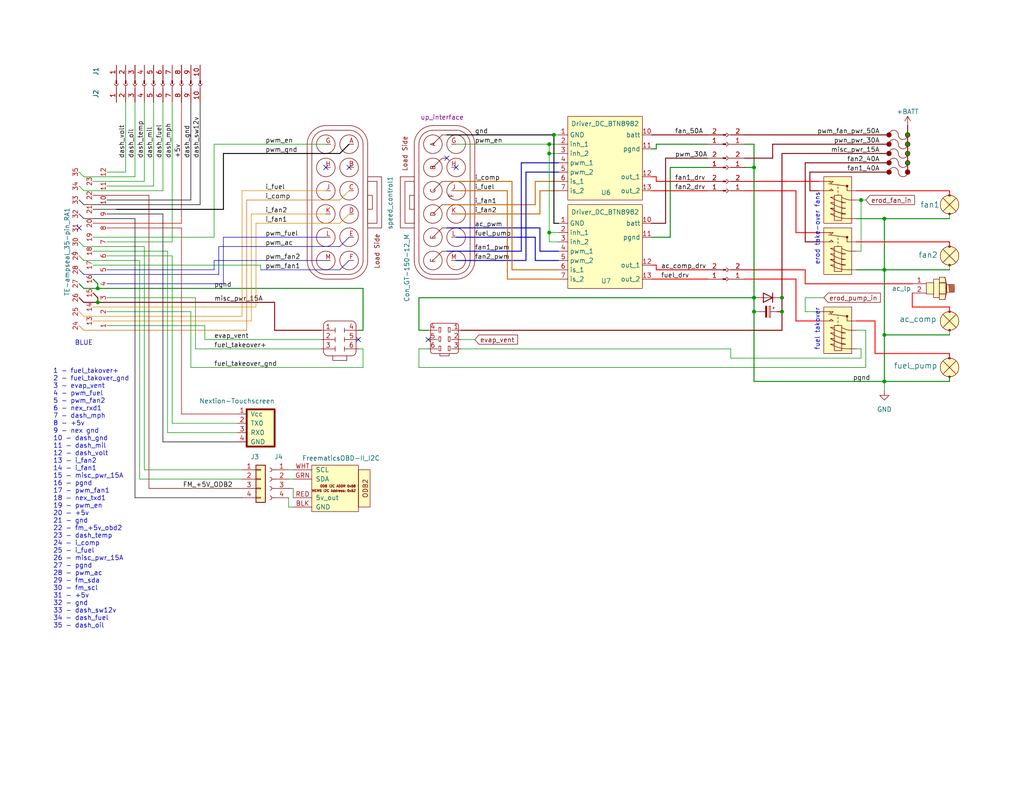
<source format=kicad_sch>
(kicad_sch (version 20231120) (generator "eeschema") (generator_version "8.0")
  (paper "USLetter")
  (title_block (title "Tahoe_md_wiring") (date "2024-12-08") (rev "0.3") (comment 1 "Wiring harness & power driver schematic") (comment 2 "Pairs with Tahoe_mb versioson 0.4 & 0.5"))
  (lib_symbols
    (symbol "Connector:Conn_01x02_Pin" (pin_names (offset 1.016) hide)
      (property "Reference" "J" (at 0 2.54 0))
      (property "Value" "Conn_01x02_Pin" (at 0 -5.08 0))
      (symbol "Conn_01x02_Pin_1_1"
        (pin passive line (at 5.08 0 180) (length 3.81) (name "Pin_1") (number "1"))
        (pin passive line (at 5.08 -2.54 180) (length 3.81) (name "Pin_2") (number "2"))
      )
    )
    (symbol "Connector:Conn_01x02_Socket" (pin_names (offset 1.016) hide)
      (property "Reference" "J" (at 0 2.54 0))
      (property "Value" "Conn_01x02_Socket" (at 0 -5.08 0))
      (symbol "Conn_01x02_Socket_1_1"
        (pin passive line (at -5.08 0 0) (length 3.81) (name "Pin_1") (number "1"))
        (pin passive line (at -5.08 -2.54 0) (length 3.81) (name "Pin_2") (number "2"))
      )
    )
    (symbol "Connector:Conn_01x04_Socket" (pin_names (offset 1.016) hide)
      (property "Reference" "J" (at 0 5.08 0))
      (property "Value" "Conn_01x04_Socket" (at 0 -7.62 0))
      (symbol "Conn_01x04_Socket_1_1"
        (pin passive line (at -5.08 2.54 0) (length 3.81) (name "Pin_1") (number "1"))
        (pin passive line (at -5.08 0 0) (length 3.81) (name "Pin_2") (number "2"))
        (pin passive line (at -5.08 -2.54 0) (length 3.81) (name "Pin_3") (number "3"))
        (pin passive line (at -5.08 -5.08 0) (length 3.81) (name "Pin_4") (number "4"))
      )
    )
    (symbol "Connector:Conn_01x10_Pin" (pin_names (offset 1.016) hide)
      (property "Reference" "J" (at 0 12.7 0))
      (property "Value" "Conn_01x10_Pin" (at 0 -15.24 0))
      (symbol "Conn_01x10_Pin_1_1"
        (pin passive line (at 5.08 10.16 180) (length 3.81) (name "Pin_1") (number "1"))
        (pin passive line (at 5.08 -12.7 180) (length 3.81) (name "Pin_10") (number "10"))
        (pin passive line (at 5.08 7.62 180) (length 3.81) (name "Pin_2") (number "2"))
        (pin passive line (at 5.08 5.08 180) (length 3.81) (name "Pin_3") (number "3"))
        (pin passive line (at 5.08 2.54 180) (length 3.81) (name "Pin_4") (number "4"))
        (pin passive line (at 5.08 0 180) (length 3.81) (name "Pin_5") (number "5"))
        (pin passive line (at 5.08 -2.54 180) (length 3.81) (name "Pin_6") (number "6"))
        (pin passive line (at 5.08 -5.08 180) (length 3.81) (name "Pin_7") (number "7"))
        (pin passive line (at 5.08 -7.62 180) (length 3.81) (name "Pin_8") (number "8"))
        (pin passive line (at 5.08 -10.16 180) (length 3.81) (name "Pin_9") (number "9"))
      )
    )
    (symbol "Connector:Conn_01x10_Socket" (pin_names (offset 1.016) hide)
      (property "Reference" "J" (at 0 12.7 0))
      (property "Value" "Conn_01x10_Socket" (at 0 -15.24 0))
      (symbol "Conn_01x10_Socket_1_1"
        (pin passive line (at -5.08 10.16 0) (length 3.81) (name "Pin_1") (number "1"))
        (pin passive line (at -5.08 -12.7 0) (length 3.81) (name "Pin_10") (number "10"))
        (pin passive line (at -5.08 7.62 0) (length 3.81) (name "Pin_2") (number "2"))
        (pin passive line (at -5.08 5.08 0) (length 3.81) (name "Pin_3") (number "3"))
        (pin passive line (at -5.08 2.54 0) (length 3.81) (name "Pin_4") (number "4"))
        (pin passive line (at -5.08 0 0) (length 3.81) (name "Pin_5") (number "5"))
        (pin passive line (at -5.08 -2.54 0) (length 3.81) (name "Pin_6") (number "6"))
        (pin passive line (at -5.08 -5.08 0) (length 3.81) (name "Pin_7") (number "7"))
        (pin passive line (at -5.08 -7.62 0) (length 3.81) (name "Pin_8") (number "8"))
        (pin passive line (at -5.08 -10.16 0) (length 3.81) (name "Pin_9") (number "9"))
      )
    )
    (symbol "Connector_Generic:Conn_01x04" (pin_names (offset 1.016) hide)
      (property "Reference" "J" (at 0 5.08 0))
      (property "Value" "Conn_01x04" (at 0 -7.62 0))
      (symbol "Conn_01x04_1_1"
        (pin passive line (at -5.08 2.54 0) (length 3.81) (name "Pin_1") (number "1"))
        (pin passive line (at -5.08 0 0) (length 3.81) (name "Pin_2") (number "2"))
        (pin passive line (at -5.08 -2.54 0) (length 3.81) (name "Pin_3") (number "3"))
        (pin passive line (at -5.08 -5.08 0) (length 3.81) (name "Pin_4") (number "4"))
      )
    )
    (symbol "Device:C_Polarized_Small" (pin_numbers hide) (pin_names (offset 0.254) hide)
      (property "Reference" "C" (at 0.254 1.778 0))
      (property "Value" "C_Polarized_Small" (at 0.254 -2.032 0))
      (symbol "C_Polarized_Small_1_1"
        (pin passive line (at 0 2.54 270) (length 1.8542) (name "~") (number "1"))
        (pin passive line (at 0 -2.54 90) (length 1.8542) (name "~") (number "2"))
      )
    )
    (symbol "Device:D" (pin_numbers hide) (pin_names (offset 1.016) hide)
      (property "Reference" "D" (at 0 2.54 0))
      (property "Value" "D" (at 0 -2.54 0))
      (symbol "D_1_1"
        (pin passive line (at -3.81 0 0) (length 2.54) (name "K") (number "1"))
        (pin passive line (at 3.81 0 180) (length 2.54) (name "A") (number "2"))
      )
    )
    (symbol "Driver_DC_BTN8982_1"
      (property "Reference" "U1" (at 12.954 -15.748 0))
      (property "Value" "Driver_DC_BTN8982" (at 12.7 3.048 0))
      (symbol "Driver_DC_BTN8982_1_1_1"
        (pin power_in line (at 0 0 0) (length 2.54) (name "GND") (number "1"))
        (pin power_in line (at 25.4 0 180) (length 2.54) (name "batt") (number "10"))
        (pin power_in line (at 25.4 -3.81 180) (length 2.54) (name "pgnd") (number "11"))
        (pin output line (at 25.4 -11.43 180) (length 2.54) (name "out_1") (number "12"))
        (pin output line (at 25.4 -15.24 180) (length 2.54) (name "out_2") (number "13"))
        (pin input line (at 0 -2.54 0) (length 2.54) (name "inh_1") (number "2"))
        (pin input line (at 0 -5.08 0) (length 2.54) (name "inh_2") (number "3"))
        (pin input line (at 0 -7.62 0) (length 2.54) (name "pwm_1") (number "4"))
        (pin input line (at 0 -10.16 0) (length 2.54) (name "pwm_2") (number "5"))
        (pin output line (at 0 -12.7 0) (length 2.54) (name "is_1") (number "6"))
        (pin output line (at 0 -15.24 0) (length 2.54) (name "is_2") (number "7"))
      )
    )
    (symbol "power:+BATT" (power) (pin_numbers hide) (pin_names (offset 0) hide)
      (property "Value" "+BATT" (at 0 3.556 0))
      (symbol "+BATT_1_1"
        (pin power_in line (at 0 0 90) (length 0) (name "~") (number "1"))
      )
    )
    (symbol "power:GND" (power) (pin_numbers hide) (pin_names (offset 0) hide)
      (property "Value" "GND" (at 0 -3.81 0))
      (symbol "GND_1_1"
        (pin power_in line (at 0 0 270) (length 0) (name "~") (number "1"))
      )
    )
    (symbol "~2023:Con_GT-150-12_F" (pin_names (offset 1.016))
      (property "Value" "Con_GT-150-12_F" (at -10.668 7.62 0))
      (symbol "Con_GT-150-12_F_0_0"
        (text "Load Side" (at 29.21 7.62 0) (effects (font (size 1.27 1.27))))
      )
      (symbol "Con_GT-150-12_F_1_1"
        (pin passive line (at 0 0 90) (length 1.27) (name "~") (number "A"))
        (pin passive line (at 6.35 0 90) (length 1.27) (name "~") (number "B"))
        (pin passive line (at 12.7 0 90) (length 1.27) (name "~") (number "C"))
        (pin passive line (at 19.05 0 90) (length 1.27) (name "~") (number "D"))
        (pin passive line (at 25.4 0 90) (length 1.27) (name "~") (number "E"))
        (pin passive line (at 31.75 0 90) (length 1.27) (name "~") (number "F"))
        (pin passive line (at 0 -6.35 90) (length 1.27) (name "~") (number "G"))
        (pin passive line (at 6.35 -6.35 90) (length 1.27) (name "~") (number "H"))
        (pin passive line (at 12.7 -6.35 90) (length 1.27) (name "~") (number "J"))
        (pin passive line (at 19.05 -6.35 90) (length 1.27) (name "~") (number "K"))
        (pin passive line (at 25.4 -6.35 90) (length 1.27) (name "~") (number "L"))
        (pin passive line (at 31.75 -6.35 90) (length 1.27) (name "~") (number "M"))
      )
    )
    (symbol "~2023:Con_GT-150-12_M" (pin_names (offset 1.016))
      (property "Value" "Con_GT-150-12_M" (at -1.27 13.97 0))
      (symbol "Con_GT-150-12_M_0_0"
        (text "F" (at 1.27 -1.27 0) (effects (font (size 1.27 1.27))))
        (text "Load Side" (at 12.7 11.43 0) (effects (font (size 1.27 1.27))))
      )
      (symbol "Con_GT-150-12_M_1_1"
        (text "A" (at 15.24 3.81 0) (effects (font (size 1.27 1.27))))
        (text "B" (at 8.89 3.81 0) (effects (font (size 1.27 1.27))))
        (text "C" (at 2.54 3.81 0) (effects (font (size 1.27 1.27))))
        (text "D" (at -3.81 3.81 0) (effects (font (size 1.27 1.27))))
        (text "E" (at -10.16 3.81 0) (effects (font (size 1.27 1.27))))
        (text "F" (at -16.51 3.81 0) (effects (font (size 1.27 1.27))))
        (pin passive line (at 15.24 -2.54 90) (length 1.27) (name "~") (number "G"))
        (pin passive line (at 8.89 -2.54 90) (length 1.27) (name "~") (number "H"))
        (pin passive line (at 2.54 -2.54 90) (length 1.27) (name "~") (number "J"))
        (pin passive line (at -3.81 -2.54 90) (length 1.27) (name "~") (number "K"))
        (pin passive line (at -10.16 -2.54 90) (length 1.27) (name "~") (number "L"))
        (pin passive line (at -16.51 -2.54 90) (length 1.27) (name "~") (number "M"))
        (pin passive line (at -13.97 0 90) (length 1.27) (name "~") (number "~"))
        (pin passive line (at -7.62 0 90) (length 1.27) (name "~") (number "~"))
        (pin passive line (at -1.27 0 90) (length 1.27) (name "~") (number "~"))
        (pin passive line (at 5.08 0 90) (length 1.27) (name "~") (number "~"))
        (pin passive line (at 11.43 0 90) (length 1.27) (name "~") (number "~"))
        (pin passive line (at 17.78 0 90) (length 1.27) (name "~") (number "~"))
      )
    )
    (symbol "~2023:Conn,Deutsh_DT-6F" (pin_names (offset 1.016))
      (symbol "Conn,Deutsh_DT-6F_1_1"
        (pin unspecified line (at 4.445 2.54 180) (length 2.54) (name "~") (number "1"))
        (pin unspecified line (at 4.445 0 180) (length 2.54) (name "~") (number "2"))
        (pin unspecified line (at 4.445 -2.54 180) (length 2.54) (name "~") (number "3"))
        (pin unspecified line (at -4.445 2.54 0) (length 2.54) (name "~") (number "4"))
        (pin unspecified line (at -4.445 0 0) (length 2.54) (name "~") (number "5"))
        (pin unspecified line (at -4.445 -2.54 0) (length 2.54) (name "~") (number "6"))
      )
    )
    (symbol "~2023:Conn,Deutsh_DT-6M" (pin_names (offset 1.016))
      (symbol "Conn,Deutsh_DT-6M_1_1"
        (pin unspecified line (at 0 0 0) (length 3.81) (name "~") (number "1"))
        (pin unspecified line (at 0 -2.54 0) (length 3.81) (name "~") (number "2"))
        (pin unspecified line (at 0 -5.08 0) (length 3.81) (name "~") (number "3"))
        (pin unspecified line (at 10.16 0 180) (length 3.81) (name "~") (number "4"))
        (pin unspecified line (at 10.16 -2.54 180) (length 3.81) (name "~") (number "5"))
        (pin unspecified line (at 10.16 -5.08 180) (length 3.81) (name "~") (number "6"))
      )
    )
    (symbol "~2023:FreematicsOBD-II_I2C" (pin_names (offset 1.016))
      (property "Value" "FreematicsOBD-II_I2C" (at 0.635 -8.255 0))
      (symbol "FreematicsOBD-II_I2C_0_0"
        (text "MEMS I2C Address: 0x62" (at -5.715 -0.635 0) (effects (font (size 0.635 0.635)) (justify left)))
        (text "ODB I2C ADDR 0x68" (at -5.715 0.635 0) (effects (font (size 0.635 0.635)) (justify left)))
        (text "ODB2" (at -8.255 0 900) (effects (font (size 1.27 1.27))))
      )
      (symbol "FreematicsOBD-II_I2C_1_1"
        (pin power_out line (at 11.43 -5.08 180) (length 5.08) (name "GND") (number "BLK"))
        (pin bidirectional line (at 11.43 2.54 180) (length 5.08) (name "SDA") (number "GRN"))
        (pin power_out line (at 11.43 -2.54 180) (length 5.08) (name "5v_out") (number "RED"))
        (pin bidirectional line (at 11.43 5.08 180) (length 5.08) (name "SCL") (number "WHT"))
      )
    )
    (symbol "~2023:Fuse_Large" (pin_names (offset 1.016))
      (symbol "Fuse_Large_1_1"
        (pin power_in line (at -2.54 0 180) (length 3.81) hide (name "~") (number "1"))
        (pin power_in line (at 2.54 0 0) (length 3.81) hide (name "~") (number "2"))
      )
    )
    (symbol "~2023:Motor" (power) (pin_names (offset 1.016))
      (symbol "Motor_1_1"
        (pin input line (at -2.54 0 180) (length 1.905) hide (name "~") (number "1"))
        (pin input line (at 2.54 0 0) (length 1.905) hide (name "~") (number "2"))
      )
    )
    (symbol "~2023:Nextion-Touchscreen" (pin_names (offset 1.016))
      (property "Value" "Nextion-Touchscreen" (at 1.27 -6.35 0))
      (symbol "Nextion-Touchscreen_1_1"
        (pin power_in line (at -5.08 5.08 0) (length 2.54) (name "Vcc") (number "1"))
        (pin output line (at -5.08 2.54 0) (length 2.54) (name "TX0") (number "2"))
        (pin input line (at -5.08 0 0) (length 2.54) (name "RX0") (number "3"))
        (pin power_in line (at -5.08 -2.54 0) (length 2.54) (name "GND") (number "4"))
        (pin power_in line (at -5.08 -2.54 0) (length 2.54) (name "~") (number "~"))
      )
    )
    (symbol "~2023:Relay_SPDT" (pin_numbers hide) (pin_names (offset 0) hide)
      (symbol "Relay_SPDT_1_1"
        (pin output line (at 10.16 2.54 180) (length 3.81) (name "~") (number "NC"))
        (pin output line (at 10.16 0 180) (length 3.81) (name "~") (number "NO"))
        (pin input line (at 0 -7.62 0) (length 1.905) (name "Coil") (number "~"))
        (pin input line (at 0 -2.54 0) (length 1.905) (name "coil") (number "~"))
        (pin output line (at 0 0 0) (length 2.54) (name "~") (number "~"))
      )
    )
    (symbol "~2023:Switch_Pressure" (pin_names (offset 1.016))
      (property "Reference" "U" (at 0 4.064 0))
      (property "Value" "Switch_Pressure" (at 0 -4.318 0))
      (symbol "Switch_Pressure_1_1"
        (pin input line (at -5.08 1.27 0) (length 3.81) (name "~") (number "1"))
        (pin output line (at -5.08 -1.27 0) (length 3.81) (name "~") (number "2"))
      )
    )
    (symbol "~2023:TE-ampseal_35-pin_RA"
      (property "Reference" "TE-ampseal_35-pin_RA" (at -0.254 5.588 0))
      (symbol "TE-ampseal_35-pin_RA_1_1"
        (pin passive line (at 0 0 0) (length 0) (name "") (number "1"))
        (pin passive line (at 34.29 0 0) (length 0) (name "") (number "10"))
        (pin passive line (at 38.1 0 0) (length 0) (name "") (number "11"))
        (pin passive line (at 41.91 0 0) (length 0) (name "") (number "12"))
        (pin passive line (at 1.27 -3.81 0) (length 0) (name "") (number "13"))
        (pin passive line (at 5.08 -3.81 0) (length 0) (name "") (number "14"))
        (pin passive line (at 8.89 -3.81 0) (length 0) (name "") (number "15"))
        (pin passive line (at 12.7 -3.81 0) (length 0) (name "") (number "16"))
        (pin passive line (at 16.51 -3.81 0) (length 0) (name "") (number "17"))
        (pin passive line (at 20.32 -3.81 0) (length 0) (name "") (number "18"))
        (pin passive line (at 24.13 -3.81 0) (length 0) (name "") (number "19"))
        (pin passive line (at 3.81 0 0) (length 0) (name "") (number "2"))
        (pin passive line (at 27.94 -3.81 0) (length 0) (name "") (number "20"))
        (pin passive line (at 31.75 -3.81 0) (length 0) (name "") (number "21"))
        (pin passive line (at 35.56 -3.81 0) (length 0) (name "") (number "22"))
        (pin passive line (at 39.37 -3.81 0) (length 0) (name "") (number "23"))
        (pin passive line (at 0 -7.62 0) (length 0) (name "") (number "24"))
        (pin passive line (at 3.81 -7.62 0) (length 0) (name "") (number "25"))
        (pin passive line (at 7.62 -7.62 0) (length 0) (name "") (number "26"))
        (pin passive line (at 11.43 -7.62 0) (length 0) (name "") (number "27"))
        (pin passive line (at 15.24 -7.62 0) (length 0) (name "") (number "28"))
        (pin passive line (at 19.05 -7.62 0) (length 0) (name "") (number "29"))
        (pin passive line (at 7.62 0 0) (length 0) (name "") (number "3"))
        (pin passive line (at 22.86 -7.62 0) (length 0) (name "") (number "30"))
        (pin passive line (at 26.67 -7.62 0) (length 0) (name "") (number "31"))
        (pin passive line (at 30.48 -7.62 0) (length 0) (name "") (number "32"))
        (pin passive line (at 34.29 -7.62 0) (length 0) (name "") (number "33"))
        (pin passive line (at 38.1 -7.62 0) (length 0) (name "") (number "34"))
        (pin passive line (at 41.91 -7.62 0) (length 0) (name "") (number "35"))
        (pin passive line (at 11.43 0 0) (length 0) (name "") (number "4"))
        (pin passive line (at 15.24 0 0) (length 0) (name "") (number "5"))
        (pin passive line (at 19.05 0 0) (length 0) (name "") (number "6"))
        (pin passive line (at 22.86 0 0) (length 0) (name "") (number "7"))
        (pin passive line (at 26.67 0 0) (length 0) (name "") (number "8"))
        (pin passive line (at 30.48 0 0) (length 0) (name "") (number "9"))
      )
    )
  )
  (junction (at 247.65 44.45))
  (junction (at 149.86 63.5))
  (junction (at 241.3 91.44))
  (junction (at 205.74 85.09))
  (junction (at 26.67 78.74))
  (junction (at 26.67 82.55))
  (junction (at 241.3 104.14))
  (junction (at 151.13 36.83))
  (junction (at 149.86 41.91))
  (junction (at 213.36 85.09))
  (junction (at 241.3 73.66))
  (junction (at 247.65 36.83))
  (junction (at 205.74 45.72))
  (junction (at 205.74 81.28))
  (junction (at 247.65 41.91))
  (junction (at 247.65 39.37))
  (junction (at 234.95 54.61))
  (junction (at 213.36 81.28))
  (junction (at 149.86 39.37))
  (junction (at 241.3 59.69))
  (no_connect (at 124.46 45.72))
  (no_connect (at 121.92 43.18))
  (no_connect (at 116.84 92.71))
  (no_connect (at 95.25 45.72))
  (no_connect (at 88.9 45.72))
  (no_connect (at 21.59 62.23))
  (no_connect (at 97.79 92.71))
  (wire (pts (xy 219.71 85.09) (xy 223.52 85.09)))
  (wire (pts (xy 97.79 95.25) (xy 99.06 95.25)))
  (wire (pts (xy 203.2 36.83) (xy 242.57 36.83)) (stroke (width 0.254) (color 132 0 0 1)))
  (wire (pts (xy 143.51 46.99) (xy 143.51 71.12)) (stroke (width 0.254) (color 0 0 194 1)))
  (wire (pts (xy 259.08 96.52) (xy 238.76 96.52)) (stroke (width 0.254) (color 255 0 0 1)))
  (wire (pts (xy 181.61 43.18) (xy 181.61 60.96)) (stroke (width 0.254) (color 132 0 0 1)))
  (wire (pts (xy 71.12 73.66) (xy 92.71 73.66)) (stroke (width 0) (color 0 0 194 1)))
  (wire (pts (xy 25.4 87.63) (xy 68.58 87.63)) (stroke (width 0) (color 221 133 0 1)))
  (wire (pts (xy 241.3 59.69) (xy 241.3 73.66)) (stroke (width 0.254) (color 0 132 0 1)))
  (wire (pts (xy 241.3 73.66) (xy 259.08 73.66)) (stroke (width 0.254) (color 0 132 0 1)))
  (wire (pts (xy 60.96 41.91) (xy 60.96 57.15)) (stroke (width 0.254) (color 0 0 0 1)))
  (wire (pts (xy 241.3 91.44) (xy 241.3 104.14)) (stroke (width 0.254) (color 0 132 0 1)))
  (wire (pts (xy 241.3 73.66) (xy 241.3 91.44)) (stroke (width 0.254) (color 0 132 0 1)))
  (wire (pts (xy 149.86 41.91) (xy 149.86 63.5)))
  (wire (pts (xy 146.05 71.12) (xy 152.4 71.12)) (stroke (width 0.254) (color 0 0 194 1)))
  (wire (pts (xy 25.4 57.15) (xy 31.75 57.15)) (stroke (width 0) (color 0 0 0 1)))
  (wire (pts (xy 26.67 78.74) (xy 99.06 78.74)) (stroke (width 0.254) (color 0 132 0 1)))
  (wire (pts (xy 55.88 88.9) (xy 55.88 92.71)))
  (wire (pts (xy 234.95 97.79) (xy 234.95 95.25)))
  (wire (pts (xy 121.92 62.23) (xy 147.32 62.23)) (stroke (width 0.254) (color 0 0 194 1)))
  (wire (pts (xy 29.21 62.23) (xy 49.53 62.23)) (stroke (width 0) (color 194 0 0 1)))
  (wire (pts (xy 149.86 66.04) (xy 152.4 66.04)))
  (wire (pts (xy 80.01 130.81) (xy 78.74 130.81)))
  (wire (pts (xy 21.59 66.04) (xy 22.86 67.31)))
  (wire (pts (xy 121.92 36.83) (xy 151.13 36.83)) (stroke (width 0.254) (color 0 0 0 1)))
  (wire (pts (xy 205.74 39.37) (xy 205.74 45.72)) (stroke (width 0.254) (color 0 132 0 1)))
  (wire (pts (xy 247.65 34.29) (xy 247.65 36.83)) (stroke (width 0.254) (color 132 0 0 1)))
  (wire (pts (xy 233.68 87.63) (xy 238.76 87.63)) (stroke (width 0.254) (color 255 0 0 1)))
  (wire (pts (xy 146.05 49.53) (xy 146.05 55.88)) (stroke (width 0.254) (color 204 102 0 1)))
  (wire (pts (xy 46.99 27.94) (xy 46.99 66.04)))
  (wire (pts (xy 38.1 130.81) (xy 66.04 130.81)))
  (wire (pts (xy 45.72 118.11) (xy 64.77 118.11)))
  (wire (pts (xy 25.4 53.34) (xy 40.64 53.34)) (stroke (width 0) (color 132 0 0 1)))
  (wire (pts (xy 177.8 36.83) (xy 193.04 36.83)) (stroke (width 0.254) (color 132 0 0 1)))
  (wire (pts (xy 179.07 39.37) (xy 179.07 40.64)) (stroke (width 0.254) (color 0 132 0 1)))
  (wire (pts (xy 95.25 39.37) (xy 92.71 41.91)) (stroke (width 0.254) (color 0 0 0 1)))
  (wire (pts (xy 149.86 63.5) (xy 149.86 66.04)))
  (wire (pts (xy 22.86 55.88) (xy 54.61 55.88)) (stroke (width 0) (color 0 0 0 1)))
  (wire (pts (xy 52.07 100.33) (xy 99.06 100.33)))
  (wire (pts (xy 36.83 59.69) (xy 36.83 135.89)) (stroke (width 0) (color 0 0 0 1)))
  (wire (pts (xy 29.21 50.8) (xy 41.91 50.8)))
  (wire (pts (xy 247.65 41.91) (xy 247.65 44.45)) (stroke (width 0.254) (color 132 0 0 1)))
  (wire (pts (xy 224.79 81.28) (xy 219.71 81.28)))
  (wire (pts (xy 60.96 64.77) (xy 88.9 64.77)) (stroke (width 0) (color 0 0 194 1)))
  (wire (pts (xy 203.2 73.66) (xy 219.71 73.66)) (stroke (width 0.254) (color 255 0 0 1)))
  (wire (pts (xy 179.07 73.66) (xy 193.04 73.66)) (stroke (width 0.254) (color 255 0 0 1)))
  (wire (pts (xy 22.86 74.93) (xy 21.59 73.66)) (stroke (width 0) (color 0 0 194 1)))
  (wire (pts (xy 247.65 44.45) (xy 247.65 46.99)) (stroke (width 0.254) (color 132 0 0 1)))
  (wire (pts (xy 124.46 58.42) (xy 147.32 58.42)) (stroke (width 0.254) (color 204 102 0 1)))
  (wire (pts (xy 95.25 71.12) (xy 92.71 73.66)) (stroke (width 0) (color 0 0 194 1)))
  (wire (pts (xy 233.68 90.17) (xy 236.22 90.17)) (stroke (width 0) (color 0 132 0 1)))
  (wire (pts (xy 40.64 53.34) (xy 40.64 133.35)) (stroke (width 0) (color 132 0 0 1)))
  (wire (pts (xy 179.07 48.26) (xy 179.07 49.53)) (stroke (width 0.254) (color 255 0 0 1)))
  (wire (pts (xy 124.46 64.77) (xy 146.05 64.77)) (stroke (width 0.254) (color 0 0 194 1)))
  (wire (pts (xy 233.68 68.58) (xy 234.95 68.58)))
  (wire (pts (xy 46.99 115.57) (xy 64.77 115.57)))
  (wire (pts (xy 121.92 55.88) (xy 146.05 55.88)) (stroke (width 0.254) (color 204 102 0 1)))
  (wire (pts (xy 203.2 49.53) (xy 223.52 49.53)) (stroke (width 0.254) (color 255 0 0 1)))
  (wire (pts (xy 49.53 27.94) (xy 49.53 60.96)) (stroke (width 0) (color 194 0 0 1)))
  (wire (pts (xy 219.71 73.66) (xy 219.71 77.47)) (stroke (width 0.254) (color 255 0 0 1)))
  (wire (pts (xy 34.29 27.94) (xy 34.29 46.99)))
  (wire (pts (xy 210.82 39.37) (xy 242.57 39.37)) (stroke (width 0.254) (color 132 0 0 1)))
  (wire (pts (xy 217.17 52.07) (xy 217.17 63.5)) (stroke (width 0.254) (color 255 0 0 1)))
  (wire (pts (xy 242.57 46.99) (xy 220.98 46.99)) (stroke (width 0.254) (color 132 0 0 1)))
  (wire (pts (xy 213.36 41.91) (xy 242.57 41.91)) (stroke (width 0.254) (color 132 0 0 1)))
  (wire (pts (xy 203.2 39.37) (xy 205.74 39.37)) (stroke (width 0.254) (color 0 132 0 1)))
  (wire (pts (xy 234.95 95.25) (xy 233.68 95.25)))
  (wire (pts (xy 179.07 49.53) (xy 193.04 49.53)) (stroke (width 0.254) (color 255 0 0 1)))
  (wire (pts (xy 97.79 90.17) (xy 99.06 90.17)) (stroke (width 0.254) (color 0 132 0 1)))
  (wire (pts (xy 213.36 85.09) (xy 212.09 85.09)) (stroke (width 0.254) (color 132 0 0 1)))
  (wire (pts (xy 60.96 41.91) (xy 92.71 41.91)) (stroke (width 0.254) (color 0 0 0 1)))
  (wire (pts (xy 59.69 67.31) (xy 92.71 67.31)) (stroke (width 0) (color 0 0 194 1)))
  (wire (pts (xy 44.45 120.65) (xy 64.77 120.65)) (stroke (width 0) (color 0 0 0 1)))
  (wire (pts (xy 259.08 90.17) (xy 259.08 91.44)))
  (wire (pts (xy 29.21 66.04) (xy 46.99 66.04)))
  (wire (pts (xy 49.53 113.03) (xy 64.77 113.03)) (stroke (width 0) (color 194 0 0 1)))
  (wire (pts (xy 59.69 74.93) (xy 22.86 74.93)) (stroke (width 0) (color 0 0 194 1)))
  (wire (pts (xy 38.1 71.12) (xy 22.86 71.12)))
  (wire (pts (xy 147.32 52.07) (xy 152.4 52.07)) (stroke (width 0.254) (color 204 102 0 1)))
  (wire (pts (xy 177.8 60.96) (xy 181.61 60.96)) (stroke (width 0.254) (color 132 0 0 1)))
  (wire (pts (xy 114.3 95.25) (xy 114.3 100.33)) (stroke (width 0) (color 0 132 0 1)))
  (wire (pts (xy 29.21 85.09) (xy 52.07 85.09)))
  (wire (pts (xy 151.13 36.83) (xy 152.4 36.83)))
  (wire (pts (xy 236.22 90.17) (xy 236.22 100.33)) (stroke (width 0) (color 0 132 0 1)))
  (wire (pts (xy 67.31 90.17) (xy 22.86 90.17)) (stroke (width 0) (color 204 102 0 1)))
  (wire (pts (xy 67.31 54.61) (xy 67.31 90.17)) (stroke (width 0) (color 204 102 0 1)))
  (wire (pts (xy 220.98 52.07) (xy 223.52 52.07)) (stroke (width 0.254) (color 132 0 0 1)))
  (wire (pts (xy 40.64 133.35) (xy 66.04 133.35)) (stroke (width 0) (color 132 0 0 1)))
  (wire (pts (xy 181.61 43.18) (xy 193.04 43.18)) (stroke (width 0.254) (color 132 0 0 1)))
  (wire (pts (xy 60.96 64.77) (xy 60.96 77.47)) (stroke (width 0) (color 0 0 194 1)))
  (wire (pts (xy 177.8 72.39) (xy 179.07 72.39)) (stroke (width 0.254) (color 255 0 0 1)))
  (wire (pts (xy 26.67 82.55) (xy 74.93 82.55)) (stroke (width 0.254) (color 132 0 0 1)))
  (wire (pts (xy 149.86 39.37) (xy 149.86 41.91)))
  (wire (pts (xy 58.42 39.37) (xy 58.42 64.77)))
  (wire (pts (xy 205.74 104.14) (xy 241.3 104.14)) (stroke (width 0.254) (color 0 132 0 1)))
  (wire (pts (xy 26.67 82.55) (xy 26.67 81.28)) (stroke (width 0.254) (color 132 0 0 1)))
  (wire (pts (xy 44.45 27.94) (xy 44.45 52.07)))
  (wire (pts (xy 58.42 39.37) (xy 88.9 39.37)))
  (wire (pts (xy 177.8 76.2) (xy 193.04 76.2)) (stroke (width 0.254) (color 255 0 0 1)))
  (wire (pts (xy 149.86 39.37) (xy 152.4 39.37)))
  (wire (pts (xy 53.34 95.25) (xy 87.63 95.25)))
  (wire (pts (xy 53.34 81.28) (xy 53.34 95.25)))
  (wire (pts (xy 219.71 77.47) (xy 248.92 77.47)) (stroke (width 0.254) (color 255 0 0 1)))
  (wire (pts (xy 25.4 83.82) (xy 69.85 83.82)) (stroke (width 0) (color 221 133 0 1)))
  (wire (pts (xy 31.75 57.15) (xy 60.96 57.15)) (stroke (width 0.254) (color 0 0 0 1)))
  (wire (pts (xy 38.1 71.12) (xy 38.1 130.81)))
  (wire (pts (xy 22.86 67.31) (xy 39.37 67.31)))
  (wire (pts (xy 78.74 128.27) (xy 80.01 128.27)))
  (wire (pts (xy 22.86 78.74) (xy 21.59 77.47)) (stroke (width 0.254) (color 0 132 0 1)))
  (wire (pts (xy 177.8 52.07) (xy 193.04 52.07)) (stroke (width 0.254) (color 255 0 0 1)))
  (wire (pts (xy 124.46 71.12) (xy 143.51 71.12)) (stroke (width 0.254) (color 0 0 194 1)))
  (wire (pts (xy 22.86 55.88) (xy 21.59 54.61)) (stroke (width 0) (color 0 0 0 1)))
  (wire (pts (xy 45.72 68.58) (xy 45.72 118.11)))
  (wire (pts (xy 217.17 87.63) (xy 223.52 87.63)) (stroke (width 0.254) (color 255 0 0 1)))
  (wire (pts (xy 22.86 82.55) (xy 26.67 82.55)) (stroke (width 0.254) (color 132 0 0 1)))
  (wire (pts (xy 22.86 82.55) (xy 21.59 81.28)) (stroke (width 0.254) (color 132 0 0 1)))
  (wire (pts (xy 29.21 88.9) (xy 55.88 88.9)))
  (wire (pts (xy 179.07 72.39) (xy 179.07 73.66)) (stroke (width 0.254) (color 255 0 0 1)))
  (wire (pts (xy 21.59 46.99) (xy 22.86 48.26)))
  (wire (pts (xy 217.17 63.5) (xy 223.52 63.5)) (stroke (width 0.254) (color 255 0 0 1)))
  (wire (pts (xy 259.08 59.69) (xy 259.08 58.42)))
  (wire (pts (xy 233.68 59.69) (xy 241.3 59.69)) (stroke (width 0.254) (color 0 132 0 1)))
  (wire (pts (xy 74.93 90.17) (xy 87.63 90.17)) (stroke (width 0.254) (color 132 0 0 1)))
  (wire (pts (xy 138.43 52.07) (xy 138.43 76.2)) (stroke (width 0.254) (color 204 102 0 1)))
  (wire (pts (xy 36.83 135.89) (xy 66.04 135.89)) (stroke (width 0) (color 0 0 0 1)))
  (wire (pts (xy 29.21 77.47) (xy 60.96 77.47)) (stroke (width 0) (color 0 0 194 1)))
  (wire (pts (xy 95.25 64.77) (xy 92.71 67.31)) (stroke (width 0) (color 0 0 194 1)))
  (wire (pts (xy 223.52 66.04) (xy 219.71 66.04)) (stroke (width 0.254) (color 132 0 0 1)))
  (wire (pts (xy 213.36 41.91) (xy 213.36 81.28)) (stroke (width 0.254) (color 132 0 0 1)))
  (wire (pts (xy 49.53 62.23) (xy 49.53 113.03)) (stroke (width 0) (color 194 0 0 1)))
  (wire (pts (xy 58.42 71.12) (xy 58.42 73.66)) (stroke (width 0) (color 0 0 194 1)))
  (wire (pts (xy 29.21 46.99) (xy 34.29 46.99)))
  (wire (pts (xy 146.05 64.77) (xy 146.05 71.12)) (stroke (width 0.254) (color 0 0 194 1)))
  (wire (pts (xy 22.86 52.07) (xy 44.45 52.07)))
  (wire (pts (xy 41.91 27.94) (xy 41.91 50.8)))
  (wire (pts (xy 46.99 69.85) (xy 46.99 115.57)))
  (wire (pts (xy 147.32 62.23) (xy 147.32 68.58)) (stroke (width 0.254) (color 0 0 194 1)))
  (wire (pts (xy 151.13 36.83) (xy 151.13 60.96)) (stroke (width 0.254) (color 0 0 0 1)))
  (wire (pts (xy 29.21 73.66) (xy 58.42 73.66)) (stroke (width 0) (color 0 0 194 1)))
  (wire (pts (xy 39.37 67.31) (xy 39.37 128.27)))
  (wire (pts (xy 182.88 64.77) (xy 182.88 45.72)) (stroke (width 0.254) (color 0 132 0 1)))
  (wire (pts (xy 29.21 54.61) (xy 52.07 54.61)) (stroke (width 0) (color 0 0 0 1)))
  (wire (pts (xy 177.8 48.26) (xy 179.07 48.26)) (stroke (width 0.254) (color 255 0 0 1)))
  (wire (pts (xy 149.86 63.5) (xy 152.4 63.5)))
  (wire (pts (xy 142.24 44.45) (xy 142.24 68.58)) (stroke (width 0.254) (color 0 0 194 1)))
  (wire (pts (xy 213.36 81.28) (xy 213.36 85.09)) (stroke (width 0.254) (color 132 0 0 1)))
  (wire (pts (xy 114.3 95.25) (xy 116.84 95.25)) (stroke (width 0) (color 0 132 0 1)))
  (wire (pts (xy 259.08 83.82) (xy 259.08 85.09)) (stroke (width 0.254) (color 255 0 0 1)))
  (wire (pts (xy 25.4 68.58) (xy 45.72 68.58)))
  (wire (pts (xy 36.83 59.69) (xy 22.86 59.69)) (stroke (width 0) (color 0 0 0 1)))
  (wire (pts (xy 147.32 52.07) (xy 147.32 58.42)) (stroke (width 0.254) (color 204 102 0 1)))
  (wire (pts (xy 248.92 80.01) (xy 248.92 83.82)) (stroke (width 0.254) (color 255 0 0 1)))
  (wire (pts (xy 138.43 76.2) (xy 152.4 76.2)) (stroke (width 0.254) (color 204 102 0 1)))
  (wire (pts (xy 125.73 95.25) (xy 199.39 95.25)))
  (wire (pts (xy 234.95 54.61) (xy 236.22 54.61)))
  (wire (pts (xy 219.71 44.45) (xy 219.71 66.04)) (stroke (width 0.254) (color 132 0 0 1)))
  (wire (pts (xy 69.85 60.96) (xy 69.85 83.82)) (stroke (width 0) (color 221 133 0 1)))
  (wire (pts (xy 259.08 52.07) (xy 259.08 53.34)) (stroke (width 0.254) (color 255 0 0 1)))
  (wire (pts (xy 78.74 138.43) (xy 80.01 138.43)))
  (wire (pts (xy 80.01 135.89) (xy 80.01 133.35)))
  (wire (pts (xy 67.31 54.61) (xy 92.71 54.61)) (stroke (width 0) (color 204 102 0 1)))
  (wire (pts (xy 259.08 97.79) (xy 259.08 96.52)) (stroke (width 0.254) (color 255 0 0 1)))
  (wire (pts (xy 114.3 81.28) (xy 114.3 90.17)) (stroke (width 0.254) (color 0 132 0 1)))
  (wire (pts (xy 92.71 60.96) (xy 95.25 58.42)) (stroke (width 0) (color 221 133 0 1)))
  (wire (pts (xy 233.68 52.07) (xy 259.08 52.07)) (stroke (width 0.254) (color 255 0 0 1)))
  (wire (pts (xy 139.7 73.66) (xy 152.4 73.66)) (stroke (width 0.254) (color 204 102 0 1)))
  (wire (pts (xy 220.98 46.99) (xy 220.98 52.07)) (stroke (width 0.254) (color 132 0 0 1)))
  (wire (pts (xy 36.83 27.94) (xy 36.83 48.26)))
  (wire (pts (xy 233.68 66.04) (xy 259.08 66.04)) (stroke (width 0.254) (color 255 0 0 1)))
  (wire (pts (xy 179.07 39.37) (xy 193.04 39.37)) (stroke (width 0.254) (color 0 132 0 1)))
  (wire (pts (xy 29.21 81.28) (xy 53.34 81.28)))
  (wire (pts (xy 44.45 58.42) (xy 44.45 120.65)) (stroke (width 0) (color 0 0 0 1)))
  (wire (pts (xy 58.42 71.12) (xy 88.9 71.12)) (stroke (width 0) (color 0 0 194 1)))
  (wire (pts (xy 233.68 73.66) (xy 241.3 73.66)) (stroke (width 0.254) (color 0 132 0 1)))
  (wire (pts (xy 80.01 133.35) (xy 78.74 133.35)) (stroke (width 0) (color 132 0 0 1)))
  (wire (pts (xy 26.67 77.47) (xy 25.4 76.2)) (stroke (width 0.254) (color 0 132 0 1)))
  (wire (pts (xy 234.95 54.61) (xy 234.95 68.58)))
  (wire (pts (xy 68.58 58.42) (xy 68.58 87.63)) (stroke (width 0) (color 221 133 0 1)))
  (wire (pts (xy 22.86 86.36) (xy 21.59 85.09)) (stroke (width 0) (color 221 133 0 1)))
  (wire (pts (xy 92.71 54.61) (xy 95.25 52.07)) (stroke (width 0) (color 221 133 0 1)))
  (wire (pts (xy 71.12 72.39) (xy 25.4 72.39)))
  (wire (pts (xy 125.73 90.17) (xy 213.36 90.17)) (stroke (width 0.254) (color 132 0 0 1)))
  (wire (pts (xy 205.74 85.09) (xy 205.74 104.14)) (stroke (width 0.254) (color 0 132 0 1)))
  (wire (pts (xy 121.92 49.53) (xy 139.7 49.53)) (stroke (width 0.254) (color 204 102 0 1)))
  (wire (pts (xy 25.4 64.77) (xy 58.42 64.77)))
  (wire (pts (xy 203.2 43.18) (xy 210.82 43.18)) (stroke (width 0.254) (color 132 0 0 1)))
  (wire (pts (xy 139.7 49.53) (xy 139.7 73.66)) (stroke (width 0.254) (color 204 102 0 1)))
  (wire (pts (xy 149.86 41.91) (xy 152.4 41.91)))
  (wire (pts (xy 182.88 45.72) (xy 193.04 45.72)) (stroke (width 0.254) (color 0 132 0 1)))
  (wire (pts (xy 241.3 59.69) (xy 259.08 59.69)) (stroke (width 0.254) (color 0 132 0 1)))
  (wire (pts (xy 22.86 71.12) (xy 21.59 69.85)))
  (wire (pts (xy 242.57 44.45) (xy 219.71 44.45)) (stroke (width 0.254) (color 132 0 0 1)))
  (wire (pts (xy 52.07 85.09) (xy 52.07 100.33)))
  (wire (pts (xy 22.86 48.26) (xy 36.83 48.26)))
  (wire (pts (xy 78.74 135.89) (xy 78.74 138.43)))
  (wire (pts (xy 205.74 45.72) (xy 205.74 81.28)) (stroke (width 0.254) (color 0 132 0 1)))
  (wire (pts (xy 52.07 27.94) (xy 52.07 54.61)) (stroke (width 0) (color 0 0 0 1)))
  (wire (pts (xy 248.92 83.82) (xy 259.08 83.82)) (stroke (width 0.254) (color 255 0 0 1)))
  (wire (pts (xy 241.3 104.14) (xy 259.08 104.14)) (stroke (width 0.254) (color 0 132 0 1)))
  (wire (pts (xy 238.76 96.52) (xy 238.76 87.63)) (stroke (width 0.254) (color 255 0 0 1)))
  (wire (pts (xy 233.68 54.61) (xy 234.95 54.61)))
  (wire (pts (xy 26.67 78.74) (xy 22.86 78.74)) (stroke (width 0.254) (color 0 132 0 1)))
  (wire (pts (xy 142.24 44.45) (xy 152.4 44.45)) (stroke (width 0.254) (color 0 0 194 1)))
  (wire (pts (xy 55.88 92.71) (xy 87.63 92.71)))
  (wire (pts (xy 54.61 27.94) (xy 54.61 55.88)) (stroke (width 0) (color 0 0 0 1)))
  (wire (pts (xy 26.67 81.28) (xy 25.4 80.01)) (stroke (width 0.254) (color 132 0 0 1)))
  (wire (pts (xy 241.3 104.14) (xy 241.3 106.68)))
  (wire (pts (xy 203.2 76.2) (xy 217.17 76.2)) (stroke (width 0.254) (color 255 0 0 1)))
  (wire (pts (xy 247.65 39.37) (xy 247.65 41.91)) (stroke (width 0.254) (color 132 0 0 1)))
  (wire (pts (xy 241.3 91.44) (xy 259.08 91.44)) (stroke (width 0.254) (color 0 132 0 1)))
  (wire (pts (xy 124.46 39.37) (xy 149.86 39.37)))
  (wire (pts (xy 21.59 50.8) (xy 22.86 52.07)))
  (wire (pts (xy 22.86 90.17) (xy 21.59 88.9)) (stroke (width 0) (color 204 102 0 1)))
  (wire (pts (xy 151.13 60.96) (xy 152.4 60.96)) (stroke (width 0.254) (color 0 0 0 1)))
  (wire (pts (xy 114.3 90.17) (xy 116.84 90.17)) (stroke (width 0.254) (color 0 132 0 1)))
  (wire (pts (xy 22.86 59.69) (xy 21.59 58.42)) (stroke (width 0) (color 0 0 0 1)))
  (wire (pts (xy 259.08 72.39) (xy 259.08 73.66)))
  (wire (pts (xy 217.17 87.63) (xy 217.17 76.2)) (stroke (width 0.254) (color 255 0 0 1)))
  (wire (pts (xy 59.69 67.31) (xy 59.69 74.93)) (stroke (width 0) (color 0 0 194 1)))
  (wire (pts (xy 203.2 45.72) (xy 205.74 45.72)) (stroke (width 0.254) (color 0 132 0 1)))
  (wire (pts (xy 210.82 39.37) (xy 210.82 43.18)) (stroke (width 0.254) (color 132 0 0 1)))
  (wire (pts (xy 66.04 86.36) (xy 22.86 86.36)) (stroke (width 0) (color 221 133 0 1)))
  (wire (pts (xy 177.8 40.64) (xy 179.07 40.64)) (stroke (width 0.254) (color 0 132 0 1)))
  (wire (pts (xy 207.01 85.09) (xy 205.74 85.09)))
  (wire (pts (xy 146.05 49.53) (xy 152.4 49.53)) (stroke (width 0.254) (color 204 102 0 1)))
  (wire (pts (xy 125.73 92.71) (xy 129.54 92.71)))
  (wire (pts (xy 259.08 67.31) (xy 259.08 66.04)) (stroke (width 0.254) (color 255 0 0 1)))
  (wire (pts (xy 69.85 60.96) (xy 92.71 60.96)) (stroke (width 0) (color 221 133 0 1)))
  (wire (pts (xy 199.39 95.25) (xy 199.39 97.79)))
  (wire (pts (xy 99.06 78.74) (xy 99.06 90.17)) (stroke (width 0.254) (color 0 132 0 1)))
  (wire (pts (xy 259.08 104.14) (xy 259.08 102.87)) (stroke (width 0.254) (color 0 132 0 1)))
  (wire (pts (xy 29.21 69.85) (xy 46.99 69.85)))
  (wire (pts (xy 177.8 64.77) (xy 182.88 64.77)) (stroke (width 0.254) (color 0 132 0 1)))
  (wire (pts (xy 25.4 49.53) (xy 39.37 49.53)))
  (wire (pts (xy 143.51 46.99) (xy 152.4 46.99)) (stroke (width 0.254) (color 0 0 194 1)))
  (wire (pts (xy 68.58 58.42) (xy 88.9 58.42)) (stroke (width 0) (color 221 133 0 1)))
  (wire (pts (xy 199.39 97.79) (xy 234.95 97.79)))
  (wire (pts (xy 66.04 52.07) (xy 88.9 52.07)) (stroke (width 0) (color 221 133 0 1)))
  (wire (pts (xy 147.32 68.58) (xy 152.4 68.58)) (stroke (width 0.254) (color 0 0 194 1)))
  (wire (pts (xy 29.21 58.42) (xy 44.45 58.42)) (stroke (width 0) (color 0 0 0 1)))
  (wire (pts (xy 203.2 52.07) (xy 217.17 52.07)) (stroke (width 0.254) (color 255 0 0 1)))
  (wire (pts (xy 219.71 81.28) (xy 219.71 85.09)))
  (wire (pts (xy 114.3 81.28) (xy 205.74 81.28)) (stroke (width 0.254) (color 0 132 0 1)))
  (wire (pts (xy 114.3 100.33) (xy 236.22 100.33)) (stroke (width 0) (color 0 132 0 1)))
  (wire (pts (xy 213.36 85.09) (xy 213.36 90.17)) (stroke (width 0.254) (color 132 0 0 1)))
  (wire (pts (xy 26.67 78.74) (xy 26.67 77.47)) (stroke (width 0.254) (color 0 132 0 1)))
  (wire (pts (xy 205.74 81.28) (xy 205.74 85.09)) (stroke (width 0.254) (color 0 132 0 1)))
  (wire (pts (xy 39.37 27.94) (xy 39.37 49.53)))
  (wire (pts (xy 25.4 60.96) (xy 49.53 60.96)) (stroke (width 0) (color 194 0 0 1)))
  (wire (pts (xy 66.04 52.07) (xy 66.04 86.36)) (stroke (width 0) (color 221 133 0 1)))
  (wire (pts (xy 71.12 73.66) (xy 71.12 72.39)))
  (wire (pts (xy 39.37 128.27) (xy 66.04 128.27)))
  (wire (pts (xy 74.93 82.55) (xy 74.93 90.17)) (stroke (width 0.254) (color 132 0 0 1)))
  (wire (pts (xy 124.46 52.07) (xy 138.43 52.07)) (stroke (width 0.254) (color 204 102 0 1)))
  (wire (pts (xy 99.06 95.25) (xy 99.06 100.33)))
  (wire (pts (xy 247.65 36.83) (xy 247.65 39.37)) (stroke (width 0.254) (color 132 0 0 1)))
  (wire (pts (xy 121.92 68.58) (xy 142.24 68.58)) (stroke (width 0.254) (color 0 0 194 1)))
  (text "erod take-over fans" (at 223.012 62.484 90) (effects (font (size 1.27 1.27))))
  (text "1 - fuel_takover+\n2 - fuel_takover_gnd\n3 - evap_vent\n4 - pwm_fuel\n5 - pwm_fan2\n6 - nex_rxd1\n7 - dash_mph\n8 - +5v\n9 - nex gnd\n10 - dash_gnd\n11 - dash_mil\n12 - dash_volt\n13 - i_fan2\n14 - i_fan1\n15 - misc_pwr_15A\n16 - pgnd\n17 - pwm_fan1\n18 - nex_txd1\n19 - pwm_en\n20 - +5v\n21 - gnd\n22 - fm_+5v_obd2\n23 - dash_temp\n24 - i_comp\n25 - i_fuel\n26 - misc_pwr_15A\n27 - pgnd\n28 - pwm_ac\n29 - fm_sda\n30 - fm_scl\n31 - +5v\n32 - gnd\n33 - dash_sw12v\n34 - dash_fuel\n35 - dash_oil" (at 14.478 136.144 0) (effects (font (size 1.27 1.27)) (justify left)))
  (text "BLUE" (at 22.86 93.726 0) (effects (font (size 1.27 1.27))))
  (text "fuel takover" (at 223.012 89.916 90) (effects (font (size 1.27 1.27))))
  (label "pgnd" (at 58.42 78.74 0))
  (label "+5v" (at 49.53 43.18 90))
  (label "pwm_fuel" (at 72.39 64.77 0))
  (label "i_fuel" (at 72.39 52.07 0))
  (label "fan1_pwm" (at 129.54 68.58 0))
  (label "pwm_30A" (at 184.15 43.18 0))
  (label "pgnd" (at 237.49 104.14 180))
  (label "i_fan1" (at 129.54 55.88 0))
  (label "pwm_fan2" (at 72.39 71.12 0))
  (label "i_fan2" (at 129.54 58.42 0))
  (label "pwm_ac" (at 72.39 67.31 0))
  (label "i_fuel" (at 129.54 52.07 0))
  (label "gnd" (at 129.54 36.83 0))
  (label "fuel_drv" (at 180.34 76.2 0))
  (label "dash_sw12v" (at 54.61 43.18 90))
  (label "ac_pwm" (at 129.54 62.23 0))
  (label "dash_temp" (at 39.37 43.18 90))
  (label "FM_+5V_ODB2" (at 63.5 133.35 180))
  (label "pwm_gnd" (at 72.39 41.91 0))
  (label "dash_oil" (at 36.83 43.18 90))
  (label "evap_vent" (at 58.42 92.71 0))
  (label "dash_volt" (at 34.29 43.18 90))
  (label "misc_pwr_15A" (at 58.42 82.55 0))
  (label "fan2_pwm" (at 129.54 71.12 0))
  (label "dash_fuel" (at 44.45 43.18 90))
  (label "pwn_pwr_30A" (at 240.03 39.37 180))
  (label "fan1_40A" (at 240.03 46.99 180))
  (label "pwm_en" (at 129.54 39.37 0))
  (label "dash_mil" (at 41.91 43.18 90))
  (label "i_comp" (at 129.54 49.53 0))
  (label "i_fan1" (at 72.39 60.96 0))
  (label "pwm_en" (at 72.39 39.37 0))
  (label "i_fan2" (at 72.39 58.42 0))
  (label "fan2_drv" (at 184.15 52.07 0))
  (label "fan2_40A" (at 240.03 44.45 180))
  (label "fan_50A" (at 184.15 36.83 0))
  (label "misc_pwr_15A" (at 240.03 41.91 180))
  (label "dash_mph" (at 46.99 43.18 90))
  (label "i_comp" (at 72.39 54.61 0))
  (label "fuel_pump" (at 129.54 64.77 0))
  (label "pwm_fan_pwr_50A" (at 240.03 36.83 180))
  (label "fuel_takeover+" (at 58.42 95.25 0))
  (label "pwm_fan1" (at 72.39 73.66 0))
  (label "fan1_drv" (at 184.15 49.53 0))
  (label "fuel_takeover_gnd" (at 58.42 100.33 0))
  (label "dash_gnd" (at 52.07 43.18 90))
  (label "ac_comp_drv" (at 180.34 73.66 0))
  (global_label "evap_vent" (shape input) (at 129.54 92.71 0) (property "Intersheetrefs" "${INTERSHEET_REFS}" (effects (hide yes))))
  (global_label "erod_pump_in" (shape input) (at 224.79 81.28 0) (property "Intersheetrefs" "${INTERSHEET_REFS}" (effects (hide yes))))
  (global_label "erod_fan_in" (shape input) (at 236.22 54.61 0) (property "Intersheetrefs" "${INTERSHEET_REFS}" (effects (hide yes))))
  (symbol (lib_id "~2023:Relay_SPDT") (at 233.68 66.04 0) (mirror y) (unit 1) (exclude_from_sim yes) (in_bom no) (on_board no)
    (property "Reference" "K2" (effects (hide yes)))
    (property "Value" "Relay_SPDT" (effects (hide yes)))
  )
  (symbol (lib_id "~2023:Fuse_Large") (at 245.11 46.99 0) (unit 1) (exclude_from_sim yes) (in_bom no) (on_board no)
    (property "Reference" "F_L5" (effects (hide yes)))
    (property "Value" "Fuse_Large" (effects (hide yes)))
  )
  (symbol (lib_id "Connector:Conn_01x02_Pin") (at 198.12 45.72 180) (unit 1) (exclude_from_sim yes) (in_bom no) (on_board no)
    (property "Reference" "J7" (effects (hide yes)))
    (property "Value" "Conn_01x02_Pin" (effects (hide yes)))
    (property "Description" "Generic connector, single row, 01x02, script generated" (effects (hide yes)))
  )
  (symbol (lib_id "~2023:Switch_Pressure") (at 254 78.74 0) (unit 1) (exclude_from_sim yes) (in_bom no) (on_board no)
    (property "Reference" "U10" (effects (hide yes)))
    (property "Value" "ac_lp" (at 243.332 78.74 0) (effects (justify left)))
  )
  (symbol (lib_id "Connector:Conn_01x04_Socket") (at 73.66 130.81 0) (mirror y) (unit 1) (exclude_from_sim yes) (in_bom no) (on_board no)
    (property "Reference" "J4" (at 77.216 124.714 0) (effects (justify left)))
    (property "Value" "Conn_01x04_Socket" (effects (hide yes)))
  )
  (symbol (lib_id "~2023:Con_GT-150-12_F") (at 95.25 39.37 270) (unit 1) (exclude_from_sim yes) (in_bom no) (on_board no)
    (property "Reference" "speed_control1" (at 106.426 55.372 0))
    (property "Value" "Con_GT-150-12_F" (effects (hide yes)))
  )
  (symbol (lib_id "~2023:Con_GT-150-12_M") (at 121.92 54.61 90) (unit 1) (exclude_from_sim yes) (in_bom no) (on_board no)
    (property "Reference" "U5" (effects (hide yes)))
    (property "Value" "Con_GT-150-12_M" (at 110.998 73.152 0))
    (property "Description" "up_interface" (at 120.65 32.004 90))
  )
  (symbol (lib_id "Connector_Generic:Conn_01x04") (at 71.12 130.81 0) (unit 1) (exclude_from_sim yes) (in_bom no) (on_board no)
    (property "Reference" "J3" (at 68.326 124.714 0) (effects (justify left)))
    (property "Value" "Conn_01x04" (effects (hide yes)))
    (property "Description" "Generic connector, single row, 01x04, script generated (kicad-library-utils/schlib/autogen/connector/)" (effects (hide yes)))
  )
  (symbol (lib_id "~2023:FreematicsOBD-II_I2C") (at 91.44 133.35 0) (mirror y) (unit 1) (exclude_from_sim yes) (in_bom no) (on_board no)
    (property "Reference" "U2" (effects (hide yes)))
    (property "Value" "FreematicsOBD-II_I2C" (at 93.0275 125.095 0))
  )
  (symbol (lib_id "~2023:Motor") (at 259.08 69.85 90) (unit 1) (exclude_from_sim yes) (in_bom no) (on_board no)
    (property "Reference" "#MOT02" (effects (hide yes)))
    (property "Value" "fan2" (at 253.238 69.596 90) (effects (font (size 1.524 1.524))))
  )
  (symbol (lib_id "~2023:TE-ampseal_35-pin_RA") (at 29.21 88.9 270) (mirror x) (unit 1) (exclude_from_sim yes) (in_bom no) (on_board no)
    (property "Reference" "TE-ampseal_35-pin_RA1" (at 18.288 56.642 0) (effects (justify right)))
    (property "Value" "~" (at 20.32 69.215 90) (effects (justify right)))
  )
  (symbol (lib_id "Connector:Conn_01x02_Pin") (at 198.12 52.07 180) (unit 1) (exclude_from_sim yes) (in_bom no) (on_board no)
    (property "Reference" "J9" (effects (hide yes)))
    (property "Value" "Conn_01x02_Pin" (effects (hide yes)))
    (property "Description" "Generic connector, single row, 01x02, script generated" (effects (hide yes)))
  )
  (symbol (lib_id "~2023:Fuse_Large") (at 245.11 44.45 0) (unit 1) (exclude_from_sim yes) (in_bom no) (on_board no)
    (property "Reference" "F_L4" (effects (hide yes)))
    (property "Value" "Fuse_Large" (effects (hide yes)))
  )
  (symbol (lib_id "Connector:Conn_01x02_Socket") (at 198.12 76.2 180) (unit 1) (exclude_from_sim yes) (in_bom no) (on_board no)
    (property "Reference" "J14" (effects (hide yes)))
    (property "Value" "Conn_01x02_Socket" (effects (hide yes)))
    (property "Description" "Generic connector, single row, 01x02, script generated" (effects (hide yes)))
  )
  (symbol (lib_id "Device:D") (at 209.55 81.28 180) (unit 1) (exclude_from_sim yes) (in_bom no) (on_board no)
    (property "Reference" "D1" (effects (hide yes)))
    (property "Value" "D" (effects (hide yes)))
    (property "Description" "Diode" (effects (hide yes)))
    (property "Sim.Device" "D" (effects (hide yes)))
    (property "Sim.Pins" "1=K 2=A" (effects (hide yes)))
  )
  (symbol (lib_id "~2023:Nextion-Touchscreen") (at 69.85 118.11 0) (unit 1)
    (property "Reference" "U11" (effects (hide yes)))
    (property "Value" "Nextion-Touchscreen" (at 54.356 109.474 0) (effects (justify left)))
  )
  (symbol (lib_name "Driver_DC_BTN8982_1") (lib_id "~2023:Driver_DC_BTN8982") (at 152.4 60.96 0) (unit 1) (exclude_from_sim yes) (in_bom no) (on_board no)
    (property "Reference" "U7" (at 165.354 76.708 0))
    (property "Value" "Driver_DC_BTN8982" (at 165.1 57.912 0))
  )
  (symbol (lib_id "~2023:Conn,Deutsh_DT-6F") (at 121.285 92.71 0) (unit 1)
    (property "Reference" "U3" (effects (hide yes)))
    (property "Value" "Conn,Deutsh_DT-6F" (effects (hide yes)))
  )
  (symbol (lib_id "~2023:Conn,Deutsh_DT-6M") (at 87.63 90.17 0) (unit 1)
    (property "Reference" "U4" (effects (hide yes)))
    (property "Value" "Conn,Deutsh_DT-6M" (effects (hide yes)))
  )
  (symbol (lib_id "~2023:Fuse_Large") (at 245.11 36.83 0) (unit 1) (exclude_from_sim yes) (in_bom no) (on_board no)
    (property "Reference" "F_L1" (effects (hide yes)))
    (property "Value" "Fuse_Large" (effects (hide yes)))
  )
  (symbol (lib_id "power:GND") (at 241.3 106.68 0) (unit 1) (exclude_from_sim yes) (in_bom no) (on_board no)
    (property "Reference" "#PWR03" (effects (hide yes)))
    (property "Value" "GND" (at 241.3 111.76 0))
    (property "Description" "Power symbol creates a global label with name \"GND\" , ground" (effects (hide yes)))
  )
  (symbol (lib_id "Connector:Conn_01x02_Socket") (at 198.12 45.72 180) (unit 1) (exclude_from_sim yes) (in_bom no) (on_board no)
    (property "Reference" "J8" (effects (hide yes)))
    (property "Value" "Conn_01x02_Socket" (effects (hide yes)))
    (property "Description" "Generic connector, single row, 01x02, script generated" (effects (hide yes)))
  )
  (symbol (lib_id "Connector:Conn_01x10_Pin") (at 41.91 22.86 90) (unit 1)
    (property "Reference" "J1" (at 26.162 18.288 0) (effects (justify right)))
    (property "Value" "Conn_01x10_Pin" (effects (hide yes)))
    (property "Description" "Generic connector, single row, 01x10, script generated" (effects (hide yes)))
  )
  (symbol (lib_id "~2023:Relay_SPDT") (at 233.68 52.07 0) (mirror y) (unit 1) (exclude_from_sim yes) (in_bom no) (on_board no)
    (property "Reference" "K1" (effects (hide yes)))
    (property "Value" "Relay_SPDT" (effects (hide yes)))
  )
  (symbol (lib_id "Connector:Conn_01x02_Socket") (at 198.12 52.07 180) (unit 1) (exclude_from_sim yes) (in_bom no) (on_board no)
    (property "Reference" "J10" (effects (hide yes)))
    (property "Value" "Conn_01x02_Socket" (effects (hide yes)))
    (property "Description" "Generic connector, single row, 01x02, script generated" (effects (hide yes)))
  )
  (symbol (lib_id "power:+BATT") (at 247.65 34.29 0) (unit 1) (exclude_from_sim yes) (in_bom no) (on_board no)
    (property "Reference" "#PWR06" (effects (hide yes)))
    (property "Value" "+BATT" (at 247.65 30.48 0))
    (property "Description" "Power symbol creates a global label with name \"+BATT\"" (effects (hide yes)))
  )
  (symbol (lib_id "~2023:Fuse_Large") (at 245.11 41.91 0) (unit 1) (exclude_from_sim yes) (in_bom no) (on_board no)
    (property "Reference" "F_L3" (effects (hide yes)))
    (property "Value" "Fuse_Large" (effects (hide yes)))
  )
  (symbol (lib_id "Connector:Conn_01x02_Socket") (at 198.12 39.37 180) (unit 1) (exclude_from_sim yes) (in_bom no) (on_board no)
    (property "Reference" "J5" (effects (hide yes)))
    (property "Value" "Conn_01x02_Socket" (effects (hide yes)))
    (property "Description" "Generic connector, single row, 01x02, script generated" (effects (hide yes)))
  )
  (symbol (lib_id "Connector:Conn_01x02_Pin") (at 198.12 39.37 180) (unit 1) (exclude_from_sim yes) (in_bom no) (on_board no)
    (property "Reference" "J6" (effects (hide yes)))
    (property "Value" "Conn_01x02_Pin" (effects (hide yes)))
    (property "Description" "Generic connector, single row, 01x02, script generated" (effects (hide yes)))
  )
  (symbol (lib_id "~2023:Motor") (at 259.08 100.33 270) (unit 1) (exclude_from_sim yes) (in_bom no) (on_board no)
    (property "Reference" "#MOT04" (effects (hide yes)))
    (property "Value" "fuel_pump" (at 243.84 99.822 90) (effects (font (size 1.524 1.524)) (justify left)))
  )
  (symbol (lib_id "~2023:Motor") (at 259.08 87.63 270) (unit 1) (exclude_from_sim yes) (in_bom no) (on_board no)
    (property "Reference" "#MOT03" (effects (hide yes)))
    (property "Value" "ac_comp" (at 245.364 87.122 90) (effects (font (size 1.524 1.524)) (justify left)))
  )
  (symbol (lib_id "Connector:Conn_01x10_Socket") (at 41.91 22.86 90) (unit 1)
    (property "Reference" "J2" (at 26.162 25.654 0))
    (property "Value" "Conn_01x10_Socket" (effects (hide yes)))
    (property "Description" "Generic connector, single row, 01x10, script generated" (effects (hide yes)))
  )
  (symbol (lib_name "Driver_DC_BTN8982_1") (lib_id "~2023:Driver_DC_BTN8982") (at 152.4 36.83 0) (unit 1) (exclude_from_sim yes) (in_bom no) (on_board no)
    (property "Reference" "U6" (at 165.354 52.578 0))
    (property "Value" "Driver_DC_BTN8982" (at 165.1 33.782 0))
  )
  (symbol (lib_id "~2023:Fuse_Large") (at 245.11 39.37 0) (unit 1) (exclude_from_sim yes) (in_bom no) (on_board no)
    (property "Reference" "F_L2" (effects (hide yes)))
    (property "Value" "Fuse_Large" (effects (hide yes)))
  )
  (symbol (lib_id "~2023:Motor") (at 259.08 55.88 90) (unit 1) (exclude_from_sim yes) (in_bom no) (on_board no)
    (property "Reference" "#MOT01" (effects (hide yes)))
    (property "Value" "fan1" (at 253.746 55.88 90) (effects (font (size 1.524 1.524))))
  )
  (symbol (lib_id "Device:C_Polarized_Small") (at 209.55 85.09 270) (unit 1) (exclude_from_sim yes) (in_bom no) (on_board no)
    (property "Reference" "C1" (effects (hide yes)))
    (property "Value" "C_Polarized_Small" (effects (hide yes)))
    (property "Description" "Polarized capacitor, small symbol" (effects (hide yes)))
  )
  (symbol (lib_id "~2023:Relay_SPDT") (at 233.68 87.63 0) (mirror y) (unit 1) (exclude_from_sim yes) (in_bom no) (on_board no)
    (property "Reference" "K3" (effects (hide yes)))
    (property "Value" "Relay_SPDT" (effects (hide yes)))
  )
  (symbol (lib_id "Connector:Conn_01x02_Pin") (at 198.12 76.2 180) (unit 1) (exclude_from_sim yes) (in_bom no) (on_board no)
    (property "Reference" "J15" (effects (hide yes)))
    (property "Value" "Conn_01x02_Pin" (effects (hide yes)))
    (property "Description" "Generic connector, single row, 01x02, script generated" (effects (hide yes)))
  )
)
</source>
